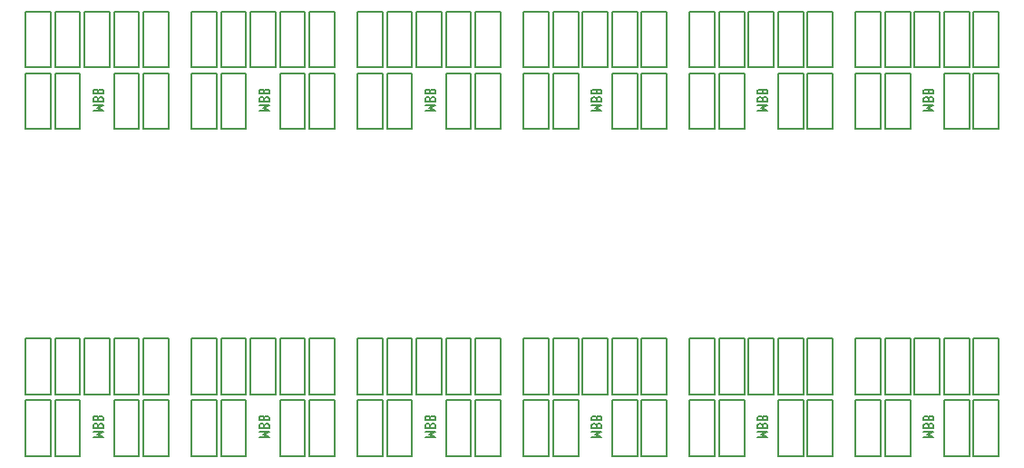
<source format=gbr>
%FSLAX34Y34*%
%MOMM*%
%LNSILK_BOTTOM*%
G71*
G01*
%ADD10C, 0.200*%
%ADD11C, 0.175*%
%LPD*%
G54D10*
X40669Y-174081D02*
X40669Y-225919D01*
X17131Y-225919D01*
X17131Y-174081D01*
X40669Y-174081D01*
G54D10*
X68169Y-174081D02*
X68169Y-225919D01*
X44631Y-225919D01*
X44631Y-174081D01*
X68169Y-174081D01*
G54D10*
X95669Y-174081D02*
X95669Y-225919D01*
X72131Y-225919D01*
X72131Y-174081D01*
X95669Y-174081D01*
G54D10*
X123169Y-174081D02*
X123169Y-225919D01*
X99631Y-225919D01*
X99631Y-174081D01*
X123169Y-174081D01*
G54D10*
X150669Y-174081D02*
X150669Y-225919D01*
X127131Y-225919D01*
X127131Y-174081D01*
X150669Y-174081D01*
G54D10*
X40669Y-231581D02*
X40669Y-283419D01*
X17131Y-283419D01*
X17131Y-231581D01*
X40669Y-231581D01*
G54D10*
X68169Y-231581D02*
X68169Y-283419D01*
X44631Y-283419D01*
X44631Y-231581D01*
X68169Y-231581D01*
G54D10*
X123169Y-231581D02*
X123169Y-283419D01*
X99631Y-283419D01*
X99631Y-231581D01*
X123169Y-231581D01*
G54D10*
X150669Y-231581D02*
X150669Y-283419D01*
X127131Y-283419D01*
X127131Y-231581D01*
X150669Y-231581D01*
G54D11*
X80208Y-265945D02*
X89986Y-265945D01*
X83875Y-263500D01*
X89986Y-261056D01*
X80208Y-261056D01*
G54D11*
X80208Y-257634D02*
X89986Y-257634D01*
X89986Y-255189D01*
X89375Y-254211D01*
X88152Y-253722D01*
X86930Y-253722D01*
X85708Y-254211D01*
X85097Y-255189D01*
X84486Y-254211D01*
X83264Y-253722D01*
X82041Y-253722D01*
X80819Y-254211D01*
X80208Y-255189D01*
X80208Y-257634D01*
G54D11*
X85097Y-257634D02*
X85097Y-255189D01*
G54D11*
X80208Y-250300D02*
X89986Y-250300D01*
X89986Y-247856D01*
X89375Y-246878D01*
X88152Y-246389D01*
X86930Y-246389D01*
X85708Y-246878D01*
X85097Y-247856D01*
X84486Y-246878D01*
X83264Y-246389D01*
X82041Y-246389D01*
X80819Y-246878D01*
X80208Y-247856D01*
X80208Y-250300D01*
G54D11*
X85097Y-250300D02*
X85097Y-247856D01*
G54D10*
X195669Y-174081D02*
X195669Y-225919D01*
X172131Y-225919D01*
X172131Y-174081D01*
X195669Y-174081D01*
G54D10*
X223169Y-174081D02*
X223169Y-225919D01*
X199631Y-225919D01*
X199631Y-174081D01*
X223169Y-174081D01*
G54D10*
X250669Y-174081D02*
X250669Y-225919D01*
X227131Y-225919D01*
X227131Y-174081D01*
X250669Y-174081D01*
G54D10*
X278169Y-174081D02*
X278169Y-225919D01*
X254631Y-225919D01*
X254631Y-174081D01*
X278169Y-174081D01*
G54D10*
X305669Y-174081D02*
X305669Y-225919D01*
X282131Y-225919D01*
X282131Y-174081D01*
X305669Y-174081D01*
G54D10*
X195669Y-231581D02*
X195669Y-283419D01*
X172131Y-283419D01*
X172131Y-231581D01*
X195669Y-231581D01*
G54D10*
X223169Y-231581D02*
X223169Y-283419D01*
X199631Y-283419D01*
X199631Y-231581D01*
X223169Y-231581D01*
G54D10*
X278169Y-231581D02*
X278169Y-283419D01*
X254631Y-283419D01*
X254631Y-231581D01*
X278169Y-231581D01*
G54D10*
X305669Y-231581D02*
X305669Y-283419D01*
X282131Y-283419D01*
X282131Y-231581D01*
X305669Y-231581D01*
G54D11*
X235208Y-265945D02*
X244986Y-265945D01*
X238875Y-263500D01*
X244986Y-261056D01*
X235208Y-261056D01*
G54D11*
X235208Y-257634D02*
X244986Y-257634D01*
X244986Y-255189D01*
X244375Y-254211D01*
X243152Y-253722D01*
X241930Y-253722D01*
X240708Y-254211D01*
X240097Y-255189D01*
X239486Y-254211D01*
X238264Y-253722D01*
X237041Y-253722D01*
X235819Y-254211D01*
X235208Y-255189D01*
X235208Y-257634D01*
G54D11*
X240097Y-257634D02*
X240097Y-255189D01*
G54D11*
X235208Y-250300D02*
X244986Y-250300D01*
X244986Y-247856D01*
X244375Y-246878D01*
X243152Y-246389D01*
X241930Y-246389D01*
X240708Y-246878D01*
X240097Y-247856D01*
X239486Y-246878D01*
X238264Y-246389D01*
X237041Y-246389D01*
X235819Y-246878D01*
X235208Y-247856D01*
X235208Y-250300D01*
G54D11*
X240097Y-250300D02*
X240097Y-247856D01*
G54D10*
X350669Y-174081D02*
X350669Y-225919D01*
X327131Y-225919D01*
X327131Y-174081D01*
X350669Y-174081D01*
G54D10*
X378169Y-174081D02*
X378169Y-225919D01*
X354631Y-225919D01*
X354631Y-174081D01*
X378169Y-174081D01*
G54D10*
X405669Y-174081D02*
X405669Y-225919D01*
X382131Y-225919D01*
X382131Y-174081D01*
X405669Y-174081D01*
G54D10*
X433169Y-174081D02*
X433169Y-225919D01*
X409631Y-225919D01*
X409631Y-174081D01*
X433169Y-174081D01*
G54D10*
X460669Y-174081D02*
X460669Y-225919D01*
X437131Y-225919D01*
X437131Y-174081D01*
X460669Y-174081D01*
G54D10*
X350669Y-231581D02*
X350669Y-283419D01*
X327131Y-283419D01*
X327131Y-231581D01*
X350669Y-231581D01*
G54D10*
X378169Y-231581D02*
X378169Y-283419D01*
X354631Y-283419D01*
X354631Y-231581D01*
X378169Y-231581D01*
G54D10*
X433169Y-231581D02*
X433169Y-283419D01*
X409631Y-283419D01*
X409631Y-231581D01*
X433169Y-231581D01*
G54D10*
X460669Y-231581D02*
X460669Y-283419D01*
X437131Y-283419D01*
X437131Y-231581D01*
X460669Y-231581D01*
G54D11*
X390208Y-265945D02*
X399986Y-265945D01*
X393875Y-263500D01*
X399986Y-261056D01*
X390208Y-261056D01*
G54D11*
X390208Y-257634D02*
X399986Y-257634D01*
X399986Y-255189D01*
X399375Y-254211D01*
X398152Y-253722D01*
X396930Y-253722D01*
X395708Y-254211D01*
X395097Y-255189D01*
X394486Y-254211D01*
X393264Y-253722D01*
X392041Y-253722D01*
X390819Y-254211D01*
X390208Y-255189D01*
X390208Y-257634D01*
G54D11*
X395097Y-257634D02*
X395097Y-255189D01*
G54D11*
X390208Y-250300D02*
X399986Y-250300D01*
X399986Y-247856D01*
X399375Y-246878D01*
X398152Y-246389D01*
X396930Y-246389D01*
X395708Y-246878D01*
X395097Y-247856D01*
X394486Y-246878D01*
X393264Y-246389D01*
X392041Y-246389D01*
X390819Y-246878D01*
X390208Y-247856D01*
X390208Y-250300D01*
G54D11*
X395097Y-250300D02*
X395097Y-247856D01*
G54D10*
X505669Y-174081D02*
X505669Y-225919D01*
X482131Y-225919D01*
X482131Y-174081D01*
X505669Y-174081D01*
G54D10*
X533169Y-174081D02*
X533169Y-225919D01*
X509631Y-225919D01*
X509631Y-174081D01*
X533169Y-174081D01*
G54D10*
X560669Y-174081D02*
X560669Y-225919D01*
X537131Y-225919D01*
X537131Y-174081D01*
X560669Y-174081D01*
G54D10*
X588169Y-174081D02*
X588169Y-225919D01*
X564631Y-225919D01*
X564631Y-174081D01*
X588169Y-174081D01*
G54D10*
X615669Y-174081D02*
X615669Y-225919D01*
X592131Y-225919D01*
X592131Y-174081D01*
X615669Y-174081D01*
G54D10*
X505669Y-231581D02*
X505669Y-283419D01*
X482131Y-283419D01*
X482131Y-231581D01*
X505669Y-231581D01*
G54D10*
X533169Y-231581D02*
X533169Y-283419D01*
X509631Y-283419D01*
X509631Y-231581D01*
X533169Y-231581D01*
G54D10*
X588169Y-231581D02*
X588169Y-283419D01*
X564631Y-283419D01*
X564631Y-231581D01*
X588169Y-231581D01*
G54D10*
X615669Y-231581D02*
X615669Y-283419D01*
X592131Y-283419D01*
X592131Y-231581D01*
X615669Y-231581D01*
G54D11*
X545208Y-265945D02*
X554986Y-265945D01*
X548875Y-263500D01*
X554986Y-261056D01*
X545208Y-261056D01*
G54D11*
X545208Y-257634D02*
X554986Y-257634D01*
X554986Y-255189D01*
X554375Y-254211D01*
X553152Y-253722D01*
X551930Y-253722D01*
X550708Y-254211D01*
X550097Y-255189D01*
X549486Y-254211D01*
X548264Y-253722D01*
X547041Y-253722D01*
X545819Y-254211D01*
X545208Y-255189D01*
X545208Y-257634D01*
G54D11*
X550097Y-257634D02*
X550097Y-255189D01*
G54D11*
X545208Y-250300D02*
X554986Y-250300D01*
X554986Y-247856D01*
X554375Y-246878D01*
X553152Y-246389D01*
X551930Y-246389D01*
X550708Y-246878D01*
X550097Y-247856D01*
X549486Y-246878D01*
X548264Y-246389D01*
X547041Y-246389D01*
X545819Y-246878D01*
X545208Y-247856D01*
X545208Y-250300D01*
G54D11*
X550097Y-250300D02*
X550097Y-247856D01*
G54D10*
X660669Y-174081D02*
X660669Y-225919D01*
X637131Y-225919D01*
X637131Y-174081D01*
X660669Y-174081D01*
G54D10*
X688169Y-174081D02*
X688169Y-225919D01*
X664631Y-225919D01*
X664631Y-174081D01*
X688169Y-174081D01*
G54D10*
X715669Y-174081D02*
X715669Y-225919D01*
X692131Y-225919D01*
X692131Y-174081D01*
X715669Y-174081D01*
G54D10*
X743169Y-174081D02*
X743169Y-225919D01*
X719631Y-225919D01*
X719631Y-174081D01*
X743169Y-174081D01*
G54D10*
X770669Y-174081D02*
X770669Y-225919D01*
X747131Y-225919D01*
X747131Y-174081D01*
X770669Y-174081D01*
G54D10*
X660669Y-231581D02*
X660669Y-283419D01*
X637131Y-283419D01*
X637131Y-231581D01*
X660669Y-231581D01*
G54D10*
X688169Y-231581D02*
X688169Y-283419D01*
X664631Y-283419D01*
X664631Y-231581D01*
X688169Y-231581D01*
G54D10*
X743169Y-231581D02*
X743169Y-283419D01*
X719631Y-283419D01*
X719631Y-231581D01*
X743169Y-231581D01*
G54D10*
X770669Y-231581D02*
X770669Y-283419D01*
X747131Y-283419D01*
X747131Y-231581D01*
X770669Y-231581D01*
G54D11*
X700208Y-265945D02*
X709986Y-265945D01*
X703875Y-263500D01*
X709986Y-261056D01*
X700208Y-261056D01*
G54D11*
X700208Y-257634D02*
X709986Y-257634D01*
X709986Y-255189D01*
X709375Y-254211D01*
X708152Y-253722D01*
X706930Y-253722D01*
X705708Y-254211D01*
X705097Y-255189D01*
X704486Y-254211D01*
X703264Y-253722D01*
X702041Y-253722D01*
X700819Y-254211D01*
X700208Y-255189D01*
X700208Y-257634D01*
G54D11*
X705097Y-257634D02*
X705097Y-255189D01*
G54D11*
X700208Y-250300D02*
X709986Y-250300D01*
X709986Y-247856D01*
X709375Y-246878D01*
X708152Y-246389D01*
X706930Y-246389D01*
X705708Y-246878D01*
X705097Y-247856D01*
X704486Y-246878D01*
X703264Y-246389D01*
X702041Y-246389D01*
X700819Y-246878D01*
X700208Y-247856D01*
X700208Y-250300D01*
G54D11*
X705097Y-250300D02*
X705097Y-247856D01*
G54D10*
X815669Y-174081D02*
X815669Y-225919D01*
X792131Y-225919D01*
X792131Y-174081D01*
X815669Y-174081D01*
G54D10*
X843169Y-174081D02*
X843169Y-225919D01*
X819631Y-225919D01*
X819631Y-174081D01*
X843169Y-174081D01*
G54D10*
X870669Y-174081D02*
X870669Y-225919D01*
X847131Y-225919D01*
X847131Y-174081D01*
X870669Y-174081D01*
G54D10*
X898169Y-174081D02*
X898169Y-225919D01*
X874631Y-225919D01*
X874631Y-174081D01*
X898169Y-174081D01*
G54D10*
X925669Y-174081D02*
X925669Y-225919D01*
X902131Y-225919D01*
X902131Y-174081D01*
X925669Y-174081D01*
G54D10*
X815669Y-231581D02*
X815669Y-283419D01*
X792131Y-283419D01*
X792131Y-231581D01*
X815669Y-231581D01*
G54D10*
X843169Y-231581D02*
X843169Y-283419D01*
X819631Y-283419D01*
X819631Y-231581D01*
X843169Y-231581D01*
G54D10*
X898169Y-231581D02*
X898169Y-283419D01*
X874631Y-283419D01*
X874631Y-231581D01*
X898169Y-231581D01*
G54D10*
X925669Y-231581D02*
X925669Y-283419D01*
X902131Y-283419D01*
X902131Y-231581D01*
X925669Y-231581D01*
G54D11*
X855208Y-265945D02*
X864986Y-265945D01*
X858875Y-263500D01*
X864986Y-261056D01*
X855208Y-261056D01*
G54D11*
X855208Y-257634D02*
X864986Y-257634D01*
X864986Y-255189D01*
X864375Y-254211D01*
X863152Y-253722D01*
X861930Y-253722D01*
X860708Y-254211D01*
X860097Y-255189D01*
X859486Y-254211D01*
X858264Y-253722D01*
X857041Y-253722D01*
X855819Y-254211D01*
X855208Y-255189D01*
X855208Y-257634D01*
G54D11*
X860097Y-257634D02*
X860097Y-255189D01*
G54D11*
X855208Y-250300D02*
X864986Y-250300D01*
X864986Y-247856D01*
X864375Y-246878D01*
X863152Y-246389D01*
X861930Y-246389D01*
X860708Y-246878D01*
X860097Y-247856D01*
X859486Y-246878D01*
X858264Y-246389D01*
X857041Y-246389D01*
X855819Y-246878D01*
X855208Y-247856D01*
X855208Y-250300D01*
G54D11*
X860097Y-250300D02*
X860097Y-247856D01*
G54D10*
X40669Y-479081D02*
X40669Y-530919D01*
X17131Y-530919D01*
X17131Y-479081D01*
X40669Y-479081D01*
G54D10*
X68169Y-479081D02*
X68169Y-530919D01*
X44631Y-530919D01*
X44631Y-479081D01*
X68169Y-479081D01*
G54D10*
X95669Y-479081D02*
X95669Y-530919D01*
X72131Y-530919D01*
X72131Y-479081D01*
X95669Y-479081D01*
G54D10*
X123169Y-479081D02*
X123169Y-530919D01*
X99631Y-530919D01*
X99631Y-479081D01*
X123169Y-479081D01*
G54D10*
X150669Y-479081D02*
X150669Y-530919D01*
X127131Y-530919D01*
X127131Y-479081D01*
X150669Y-479081D01*
G54D10*
X40669Y-536581D02*
X40669Y-588419D01*
X17131Y-588419D01*
X17131Y-536581D01*
X40669Y-536581D01*
G54D10*
X68169Y-536581D02*
X68169Y-588419D01*
X44631Y-588419D01*
X44631Y-536581D01*
X68169Y-536581D01*
G54D10*
X123169Y-536581D02*
X123169Y-588419D01*
X99631Y-588419D01*
X99631Y-536581D01*
X123169Y-536581D01*
G54D10*
X150669Y-536581D02*
X150669Y-588419D01*
X127131Y-588419D01*
X127131Y-536581D01*
X150669Y-536581D01*
G54D11*
X80208Y-570944D02*
X89986Y-570944D01*
X83875Y-568500D01*
X89986Y-566056D01*
X80208Y-566056D01*
G54D11*
X80208Y-562634D02*
X89986Y-562634D01*
X89986Y-560189D01*
X89375Y-559211D01*
X88152Y-558722D01*
X86930Y-558722D01*
X85708Y-559211D01*
X85097Y-560189D01*
X84486Y-559211D01*
X83264Y-558722D01*
X82041Y-558722D01*
X80819Y-559211D01*
X80208Y-560189D01*
X80208Y-562634D01*
G54D11*
X85097Y-562634D02*
X85097Y-560189D01*
G54D11*
X80208Y-555300D02*
X89986Y-555300D01*
X89986Y-552856D01*
X89375Y-551878D01*
X88152Y-551389D01*
X86930Y-551389D01*
X85708Y-551878D01*
X85097Y-552856D01*
X84486Y-551878D01*
X83264Y-551389D01*
X82041Y-551389D01*
X80819Y-551878D01*
X80208Y-552856D01*
X80208Y-555300D01*
G54D11*
X85097Y-555300D02*
X85097Y-552856D01*
G54D10*
X195669Y-479081D02*
X195669Y-530919D01*
X172131Y-530919D01*
X172131Y-479081D01*
X195669Y-479081D01*
G54D10*
X223169Y-479081D02*
X223169Y-530919D01*
X199631Y-530919D01*
X199631Y-479081D01*
X223169Y-479081D01*
G54D10*
X250669Y-479081D02*
X250669Y-530919D01*
X227131Y-530919D01*
X227131Y-479081D01*
X250669Y-479081D01*
G54D10*
X278169Y-479081D02*
X278169Y-530919D01*
X254631Y-530919D01*
X254631Y-479081D01*
X278169Y-479081D01*
G54D10*
X305669Y-479081D02*
X305669Y-530919D01*
X282131Y-530919D01*
X282131Y-479081D01*
X305669Y-479081D01*
G54D10*
X195669Y-536581D02*
X195669Y-588419D01*
X172131Y-588419D01*
X172131Y-536581D01*
X195669Y-536581D01*
G54D10*
X223169Y-536581D02*
X223169Y-588419D01*
X199631Y-588419D01*
X199631Y-536581D01*
X223169Y-536581D01*
G54D10*
X278169Y-536581D02*
X278169Y-588419D01*
X254631Y-588419D01*
X254631Y-536581D01*
X278169Y-536581D01*
G54D10*
X305669Y-536581D02*
X305669Y-588419D01*
X282131Y-588419D01*
X282131Y-536581D01*
X305669Y-536581D01*
G54D11*
X235208Y-570944D02*
X244986Y-570944D01*
X238875Y-568500D01*
X244986Y-566056D01*
X235208Y-566056D01*
G54D11*
X235208Y-562634D02*
X244986Y-562634D01*
X244986Y-560189D01*
X244375Y-559211D01*
X243152Y-558722D01*
X241930Y-558722D01*
X240708Y-559211D01*
X240097Y-560189D01*
X239486Y-559211D01*
X238264Y-558722D01*
X237041Y-558722D01*
X235819Y-559211D01*
X235208Y-560189D01*
X235208Y-562634D01*
G54D11*
X240097Y-562634D02*
X240097Y-560189D01*
G54D11*
X235208Y-555300D02*
X244986Y-555300D01*
X244986Y-552856D01*
X244375Y-551878D01*
X243152Y-551389D01*
X241930Y-551389D01*
X240708Y-551878D01*
X240097Y-552856D01*
X239486Y-551878D01*
X238264Y-551389D01*
X237041Y-551389D01*
X235819Y-551878D01*
X235208Y-552856D01*
X235208Y-555300D01*
G54D11*
X240097Y-555300D02*
X240097Y-552856D01*
G54D10*
X350669Y-479081D02*
X350669Y-530919D01*
X327131Y-530919D01*
X327131Y-479081D01*
X350669Y-479081D01*
G54D10*
X378169Y-479081D02*
X378169Y-530919D01*
X354631Y-530919D01*
X354631Y-479081D01*
X378169Y-479081D01*
G54D10*
X405669Y-479081D02*
X405669Y-530919D01*
X382131Y-530919D01*
X382131Y-479081D01*
X405669Y-479081D01*
G54D10*
X433169Y-479081D02*
X433169Y-530919D01*
X409631Y-530919D01*
X409631Y-479081D01*
X433169Y-479081D01*
G54D10*
X460669Y-479081D02*
X460669Y-530919D01*
X437131Y-530919D01*
X437131Y-479081D01*
X460669Y-479081D01*
G54D10*
X350669Y-536581D02*
X350669Y-588419D01*
X327131Y-588419D01*
X327131Y-536581D01*
X350669Y-536581D01*
G54D10*
X378169Y-536581D02*
X378169Y-588419D01*
X354631Y-588419D01*
X354631Y-536581D01*
X378169Y-536581D01*
G54D10*
X433169Y-536581D02*
X433169Y-588419D01*
X409631Y-588419D01*
X409631Y-536581D01*
X433169Y-536581D01*
G54D10*
X460669Y-536581D02*
X460669Y-588419D01*
X437131Y-588419D01*
X437131Y-536581D01*
X460669Y-536581D01*
G54D11*
X390208Y-570944D02*
X399986Y-570944D01*
X393875Y-568500D01*
X399986Y-566056D01*
X390208Y-566056D01*
G54D11*
X390208Y-562634D02*
X399986Y-562634D01*
X399986Y-560189D01*
X399375Y-559211D01*
X398152Y-558722D01*
X396930Y-558722D01*
X395708Y-559211D01*
X395097Y-560189D01*
X394486Y-559211D01*
X393264Y-558722D01*
X392041Y-558722D01*
X390819Y-559211D01*
X390208Y-560189D01*
X390208Y-562634D01*
G54D11*
X395097Y-562634D02*
X395097Y-560189D01*
G54D11*
X390208Y-555300D02*
X399986Y-555300D01*
X399986Y-552856D01*
X399375Y-551878D01*
X398152Y-551389D01*
X396930Y-551389D01*
X395708Y-551878D01*
X395097Y-552856D01*
X394486Y-551878D01*
X393264Y-551389D01*
X392041Y-551389D01*
X390819Y-551878D01*
X390208Y-552856D01*
X390208Y-555300D01*
G54D11*
X395097Y-555300D02*
X395097Y-552856D01*
G54D10*
X505669Y-479081D02*
X505669Y-530919D01*
X482131Y-530919D01*
X482131Y-479081D01*
X505669Y-479081D01*
G54D10*
X533169Y-479081D02*
X533169Y-530919D01*
X509631Y-530919D01*
X509631Y-479081D01*
X533169Y-479081D01*
G54D10*
X560669Y-479081D02*
X560669Y-530919D01*
X537131Y-530919D01*
X537131Y-479081D01*
X560669Y-479081D01*
G54D10*
X588169Y-479081D02*
X588169Y-530919D01*
X564631Y-530919D01*
X564631Y-479081D01*
X588169Y-479081D01*
G54D10*
X615669Y-479081D02*
X615669Y-530919D01*
X592131Y-530919D01*
X592131Y-479081D01*
X615669Y-479081D01*
G54D10*
X505669Y-536581D02*
X505669Y-588419D01*
X482131Y-588419D01*
X482131Y-536581D01*
X505669Y-536581D01*
G54D10*
X533169Y-536581D02*
X533169Y-588419D01*
X509631Y-588419D01*
X509631Y-536581D01*
X533169Y-536581D01*
G54D10*
X588169Y-536581D02*
X588169Y-588419D01*
X564631Y-588419D01*
X564631Y-536581D01*
X588169Y-536581D01*
G54D10*
X615669Y-536581D02*
X615669Y-588419D01*
X592131Y-588419D01*
X592131Y-536581D01*
X615669Y-536581D01*
G54D11*
X545208Y-570944D02*
X554986Y-570944D01*
X548875Y-568500D01*
X554986Y-566056D01*
X545208Y-566056D01*
G54D11*
X545208Y-562634D02*
X554986Y-562634D01*
X554986Y-560189D01*
X554375Y-559211D01*
X553152Y-558722D01*
X551930Y-558722D01*
X550708Y-559211D01*
X550097Y-560189D01*
X549486Y-559211D01*
X548264Y-558722D01*
X547041Y-558722D01*
X545819Y-559211D01*
X545208Y-560189D01*
X545208Y-562634D01*
G54D11*
X550097Y-562634D02*
X550097Y-560189D01*
G54D11*
X545208Y-555300D02*
X554986Y-555300D01*
X554986Y-552856D01*
X554375Y-551878D01*
X553152Y-551389D01*
X551930Y-551389D01*
X550708Y-551878D01*
X550097Y-552856D01*
X549486Y-551878D01*
X548264Y-551389D01*
X547041Y-551389D01*
X545819Y-551878D01*
X545208Y-552856D01*
X545208Y-555300D01*
G54D11*
X550097Y-555300D02*
X550097Y-552856D01*
G54D10*
X660669Y-479081D02*
X660669Y-530919D01*
X637131Y-530919D01*
X637131Y-479081D01*
X660669Y-479081D01*
G54D10*
X688169Y-479081D02*
X688169Y-530919D01*
X664631Y-530919D01*
X664631Y-479081D01*
X688169Y-479081D01*
G54D10*
X715669Y-479081D02*
X715669Y-530919D01*
X692131Y-530919D01*
X692131Y-479081D01*
X715669Y-479081D01*
G54D10*
X743169Y-479081D02*
X743169Y-530919D01*
X719631Y-530919D01*
X719631Y-479081D01*
X743169Y-479081D01*
G54D10*
X770669Y-479081D02*
X770669Y-530919D01*
X747131Y-530919D01*
X747131Y-479081D01*
X770669Y-479081D01*
G54D10*
X660669Y-536581D02*
X660669Y-588419D01*
X637131Y-588419D01*
X637131Y-536581D01*
X660669Y-536581D01*
G54D10*
X688169Y-536581D02*
X688169Y-588419D01*
X664631Y-588419D01*
X664631Y-536581D01*
X688169Y-536581D01*
G54D10*
X743169Y-536581D02*
X743169Y-588419D01*
X719631Y-588419D01*
X719631Y-536581D01*
X743169Y-536581D01*
G54D10*
X770669Y-536581D02*
X770669Y-588419D01*
X747131Y-588419D01*
X747131Y-536581D01*
X770669Y-536581D01*
G54D11*
X700208Y-570944D02*
X709986Y-570944D01*
X703875Y-568500D01*
X709986Y-566056D01*
X700208Y-566056D01*
G54D11*
X700208Y-562634D02*
X709986Y-562634D01*
X709986Y-560189D01*
X709375Y-559211D01*
X708152Y-558722D01*
X706930Y-558722D01*
X705708Y-559211D01*
X705097Y-560189D01*
X704486Y-559211D01*
X703264Y-558722D01*
X702041Y-558722D01*
X700819Y-559211D01*
X700208Y-560189D01*
X700208Y-562634D01*
G54D11*
X705097Y-562634D02*
X705097Y-560189D01*
G54D11*
X700208Y-555300D02*
X709986Y-555300D01*
X709986Y-552856D01*
X709375Y-551878D01*
X708152Y-551389D01*
X706930Y-551389D01*
X705708Y-551878D01*
X705097Y-552856D01*
X704486Y-551878D01*
X703264Y-551389D01*
X702041Y-551389D01*
X700819Y-551878D01*
X700208Y-552856D01*
X700208Y-555300D01*
G54D11*
X705097Y-555300D02*
X705097Y-552856D01*
G54D10*
X815669Y-479081D02*
X815669Y-530919D01*
X792131Y-530919D01*
X792131Y-479081D01*
X815669Y-479081D01*
G54D10*
X843169Y-479081D02*
X843169Y-530919D01*
X819631Y-530919D01*
X819631Y-479081D01*
X843169Y-479081D01*
G54D10*
X870669Y-479081D02*
X870669Y-530919D01*
X847131Y-530919D01*
X847131Y-479081D01*
X870669Y-479081D01*
G54D10*
X898169Y-479081D02*
X898169Y-530919D01*
X874631Y-530919D01*
X874631Y-479081D01*
X898169Y-479081D01*
G54D10*
X925669Y-479081D02*
X925669Y-530919D01*
X902131Y-530919D01*
X902131Y-479081D01*
X925669Y-479081D01*
G54D10*
X815669Y-536581D02*
X815669Y-588419D01*
X792131Y-588419D01*
X792131Y-536581D01*
X815669Y-536581D01*
G54D10*
X843169Y-536581D02*
X843169Y-588419D01*
X819631Y-588419D01*
X819631Y-536581D01*
X843169Y-536581D01*
G54D10*
X898169Y-536581D02*
X898169Y-588419D01*
X874631Y-588419D01*
X874631Y-536581D01*
X898169Y-536581D01*
G54D10*
X925669Y-536581D02*
X925669Y-588419D01*
X902131Y-588419D01*
X902131Y-536581D01*
X925669Y-536581D01*
G54D11*
X855208Y-570944D02*
X864986Y-570944D01*
X858875Y-568500D01*
X864986Y-566056D01*
X855208Y-566056D01*
G54D11*
X855208Y-562634D02*
X864986Y-562634D01*
X864986Y-560189D01*
X864375Y-559211D01*
X863152Y-558722D01*
X861930Y-558722D01*
X860708Y-559211D01*
X860097Y-560189D01*
X859486Y-559211D01*
X858264Y-558722D01*
X857041Y-558722D01*
X855819Y-559211D01*
X855208Y-560189D01*
X855208Y-562634D01*
G54D11*
X860097Y-562634D02*
X860097Y-560189D01*
G54D11*
X855208Y-555300D02*
X864986Y-555300D01*
X864986Y-552856D01*
X864375Y-551878D01*
X863152Y-551389D01*
X861930Y-551389D01*
X860708Y-551878D01*
X860097Y-552856D01*
X859486Y-551878D01*
X858264Y-551389D01*
X857041Y-551389D01*
X855819Y-551878D01*
X855208Y-552856D01*
X855208Y-555300D01*
G54D11*
X860097Y-555300D02*
X860097Y-552856D01*
M02*

</source>
